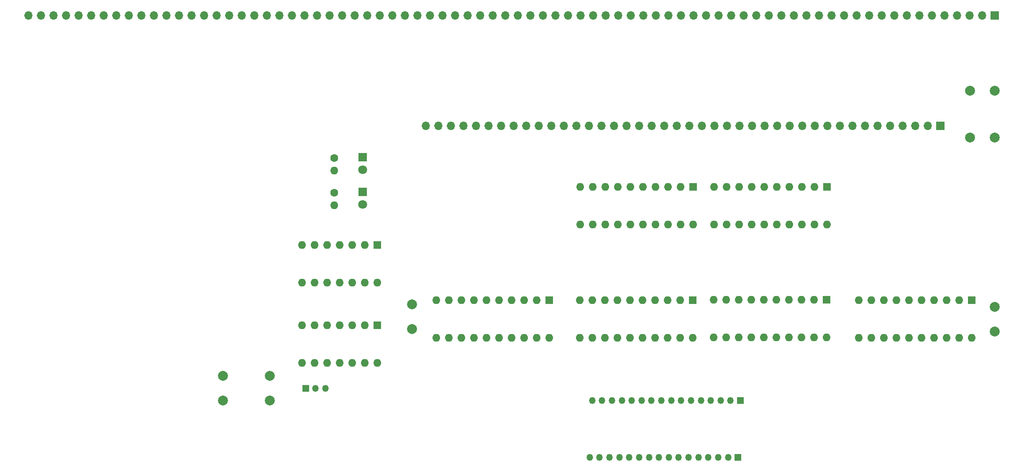
<source format=gbr>
%TF.GenerationSoftware,KiCad,Pcbnew,6.0.1-79c1e3a40b~116~ubuntu21.10.1*%
%TF.CreationDate,2022-02-14T17:39:21+01:00*%
%TF.ProjectId,dual_register,6475616c-5f72-4656-9769-737465722e6b,v.1*%
%TF.SameCoordinates,Original*%
%TF.FileFunction,Soldermask,Top*%
%TF.FilePolarity,Negative*%
%FSLAX46Y46*%
G04 Gerber Fmt 4.6, Leading zero omitted, Abs format (unit mm)*
G04 Created by KiCad (PCBNEW 6.0.1-79c1e3a40b~116~ubuntu21.10.1) date 2022-02-14 17:39:21*
%MOMM*%
%LPD*%
G01*
G04 APERTURE LIST*
%ADD10C,2.000000*%
%ADD11R,1.800000X1.800000*%
%ADD12C,1.800000*%
%ADD13R,1.700000X1.700000*%
%ADD14O,1.700000X1.700000*%
%ADD15C,1.600000*%
%ADD16O,1.600000X1.600000*%
%ADD17R,1.600000X1.600000*%
%ADD18R,1.350000X1.350000*%
%ADD19O,1.350000X1.350000*%
G04 APERTURE END LIST*
D10*
%TO.C,C5*%
X227560000Y-87030000D03*
X227560000Y-92030000D03*
%TD*%
D11*
%TO.C,D1*%
X99560000Y-56755000D03*
D12*
X99560000Y-59295000D03*
%TD*%
D13*
%TO.C,U1*%
X216522000Y-50365500D03*
D14*
X213982000Y-50365500D03*
X211442000Y-50365500D03*
X208902000Y-50365500D03*
X206362000Y-50365500D03*
X203822000Y-50365500D03*
X201282000Y-50365500D03*
X198742000Y-50365500D03*
X196202000Y-50365500D03*
X193662000Y-50365500D03*
X191122000Y-50365500D03*
X188582000Y-50365500D03*
X186042000Y-50365500D03*
X183502000Y-50365500D03*
X180962000Y-50365500D03*
X178422000Y-50365500D03*
X175882000Y-50365500D03*
X173342000Y-50365500D03*
X170802000Y-50365500D03*
X168262000Y-50365500D03*
X165722000Y-50365500D03*
X163182000Y-50365500D03*
X160642000Y-50365500D03*
X158102000Y-50365500D03*
X155562000Y-50365500D03*
X153022000Y-50365500D03*
X150482000Y-50365500D03*
X147942000Y-50365500D03*
X145402000Y-50365500D03*
X142862000Y-50365500D03*
X140322000Y-50365500D03*
X137782000Y-50365500D03*
X135242000Y-50365500D03*
X132702000Y-50365500D03*
X130162000Y-50365500D03*
X127622000Y-50365500D03*
X125082000Y-50365500D03*
X122542000Y-50365500D03*
X120002000Y-50365500D03*
X117462000Y-50365500D03*
X114922000Y-50365500D03*
X112382000Y-50365500D03*
%TD*%
D10*
%TO.C,C1*%
X227560000Y-52780000D03*
X222560000Y-52780000D03*
%TD*%
%TO.C,C2*%
X80810000Y-101030000D03*
X80810000Y-106030000D03*
%TD*%
D15*
%TO.C,R1*%
X93810000Y-56885000D03*
D16*
X93810000Y-59425000D03*
%TD*%
D17*
%TO.C,U5*%
X166425000Y-85700000D03*
D16*
X163885000Y-85700000D03*
X161345000Y-85700000D03*
X158805000Y-85700000D03*
X156265000Y-85700000D03*
X153725000Y-85700000D03*
X151185000Y-85700000D03*
X148645000Y-85700000D03*
X146105000Y-85700000D03*
X143565000Y-85700000D03*
X143565000Y-93320000D03*
X146105000Y-93320000D03*
X148645000Y-93320000D03*
X151185000Y-93320000D03*
X153725000Y-93320000D03*
X156265000Y-93320000D03*
X158805000Y-93320000D03*
X161345000Y-93320000D03*
X163885000Y-93320000D03*
X166425000Y-93320000D03*
%TD*%
D11*
%TO.C,D2*%
X99560000Y-63780000D03*
D12*
X99560000Y-66320000D03*
%TD*%
D10*
%TO.C,C6*%
X109560000Y-86530000D03*
X109560000Y-91530000D03*
%TD*%
D17*
%TO.C,U2*%
X193541000Y-62730000D03*
D16*
X191001000Y-62730000D03*
X188461000Y-62730000D03*
X185921000Y-62730000D03*
X183381000Y-62730000D03*
X180841000Y-62730000D03*
X178301000Y-62730000D03*
X175761000Y-62730000D03*
X173221000Y-62730000D03*
X170681000Y-62730000D03*
X170681000Y-70350000D03*
X173221000Y-70350000D03*
X175761000Y-70350000D03*
X178301000Y-70350000D03*
X180841000Y-70350000D03*
X183381000Y-70350000D03*
X185921000Y-70350000D03*
X188461000Y-70350000D03*
X191001000Y-70350000D03*
X193541000Y-70350000D03*
%TD*%
D17*
%TO.C,U6*%
X222835000Y-85680000D03*
D16*
X220295000Y-85680000D03*
X217755000Y-85680000D03*
X215215000Y-85680000D03*
X212675000Y-85680000D03*
X210135000Y-85680000D03*
X207595000Y-85680000D03*
X205055000Y-85680000D03*
X202515000Y-85680000D03*
X199975000Y-85680000D03*
X199975000Y-93300000D03*
X202515000Y-93300000D03*
X205055000Y-93300000D03*
X207595000Y-93300000D03*
X210135000Y-93300000D03*
X212675000Y-93300000D03*
X215215000Y-93300000D03*
X217755000Y-93300000D03*
X220295000Y-93300000D03*
X222835000Y-93300000D03*
%TD*%
D10*
%TO.C,C4*%
X71310000Y-101030000D03*
X71310000Y-106030000D03*
%TD*%
D13*
%TO.C,J1*%
X227560000Y-28030000D03*
D14*
X225020000Y-28030000D03*
X222480000Y-28030000D03*
X219940000Y-28030000D03*
X217400000Y-28030000D03*
X214860000Y-28030000D03*
X212320000Y-28030000D03*
X209780000Y-28030000D03*
X207240000Y-28030000D03*
X204700000Y-28030000D03*
X202160000Y-28030000D03*
X199620000Y-28030000D03*
X197080000Y-28030000D03*
X194540000Y-28030000D03*
X192000000Y-28030000D03*
X189460000Y-28030000D03*
X186920000Y-28030000D03*
X184380000Y-28030000D03*
X181840000Y-28030000D03*
X179300000Y-28030000D03*
X176760000Y-28030000D03*
X174220000Y-28030000D03*
X171680000Y-28030000D03*
X169140000Y-28030000D03*
X166600000Y-28030000D03*
X164060000Y-28030000D03*
X161520000Y-28030000D03*
X158980000Y-28030000D03*
X156440000Y-28030000D03*
X153900000Y-28030000D03*
X151360000Y-28030000D03*
X148820000Y-28030000D03*
X146280000Y-28030000D03*
X143740000Y-28030000D03*
X141200000Y-28030000D03*
X138660000Y-28030000D03*
X136120000Y-28030000D03*
X133580000Y-28030000D03*
X131040000Y-28030000D03*
X128500000Y-28030000D03*
X125960000Y-28030000D03*
X123420000Y-28030000D03*
X120880000Y-28030000D03*
X118340000Y-28030000D03*
X115800000Y-28030000D03*
X113260000Y-28030000D03*
X110720000Y-28030000D03*
X108180000Y-28030000D03*
X105640000Y-28030000D03*
X103100000Y-28030000D03*
X100560000Y-28030000D03*
X98020000Y-28030000D03*
X95480000Y-28030000D03*
X92940000Y-28030000D03*
X90400000Y-28030000D03*
X87860000Y-28030000D03*
X85320000Y-28030000D03*
X82780000Y-28030000D03*
X80240000Y-28030000D03*
X77700000Y-28030000D03*
X75160000Y-28030000D03*
X72620000Y-28030000D03*
X70080000Y-28030000D03*
X67540000Y-28030000D03*
X65000000Y-28030000D03*
X62460000Y-28030000D03*
X59920000Y-28030000D03*
X57380000Y-28030000D03*
X54840000Y-28030000D03*
X52300000Y-28030000D03*
X49760000Y-28030000D03*
X47220000Y-28030000D03*
X44680000Y-28030000D03*
X42140000Y-28030000D03*
X39600000Y-28030000D03*
X37060000Y-28030000D03*
X34520000Y-28030000D03*
X31980000Y-28030000D03*
%TD*%
D15*
%TO.C,R2*%
X93810000Y-63910000D03*
D16*
X93810000Y-66450000D03*
%TD*%
D18*
%TO.C,J4*%
X88060000Y-103530000D03*
D19*
X90060000Y-103530000D03*
X92060000Y-103530000D03*
%TD*%
D17*
%TO.C,U4*%
X193535000Y-85630000D03*
D16*
X190995000Y-85630000D03*
X188455000Y-85630000D03*
X185915000Y-85630000D03*
X183375000Y-85630000D03*
X180835000Y-85630000D03*
X178295000Y-85630000D03*
X175755000Y-85630000D03*
X173215000Y-85630000D03*
X170675000Y-85630000D03*
X170675000Y-93250000D03*
X173215000Y-93250000D03*
X175755000Y-93250000D03*
X178295000Y-93250000D03*
X180835000Y-93250000D03*
X183375000Y-93250000D03*
X185915000Y-93250000D03*
X188455000Y-93250000D03*
X190995000Y-93250000D03*
X193535000Y-93250000D03*
%TD*%
D18*
%TO.C,J3*%
X175560000Y-117530000D03*
D19*
X173560000Y-117530000D03*
X171560000Y-117530000D03*
X169560000Y-117530000D03*
X167560000Y-117530000D03*
X165560000Y-117530000D03*
X163560000Y-117530000D03*
X161560000Y-117530000D03*
X159560000Y-117530000D03*
X157560000Y-117530000D03*
X155560000Y-117530000D03*
X153560000Y-117530000D03*
X151560000Y-117530000D03*
X149560000Y-117530000D03*
X147560000Y-117530000D03*
X145560000Y-117530000D03*
%TD*%
D18*
%TO.C,J2*%
X176060000Y-106030000D03*
D19*
X174060000Y-106030000D03*
X172060000Y-106030000D03*
X170060000Y-106030000D03*
X168060000Y-106030000D03*
X166060000Y-106030000D03*
X164060000Y-106030000D03*
X162060000Y-106030000D03*
X160060000Y-106030000D03*
X158060000Y-106030000D03*
X156060000Y-106030000D03*
X154060000Y-106030000D03*
X152060000Y-106030000D03*
X150060000Y-106030000D03*
X148060000Y-106030000D03*
X146060000Y-106030000D03*
%TD*%
D17*
%TO.C,U9*%
X102560000Y-74530000D03*
D16*
X100020000Y-74530000D03*
X97480000Y-74530000D03*
X94940000Y-74530000D03*
X92400000Y-74530000D03*
X89860000Y-74530000D03*
X87320000Y-74530000D03*
X87320000Y-82150000D03*
X89860000Y-82150000D03*
X92400000Y-82150000D03*
X94940000Y-82150000D03*
X97480000Y-82150000D03*
X100020000Y-82150000D03*
X102560000Y-82150000D03*
%TD*%
D17*
%TO.C,U7*%
X137375000Y-85720000D03*
D16*
X134835000Y-85720000D03*
X132295000Y-85720000D03*
X129755000Y-85720000D03*
X127215000Y-85720000D03*
X124675000Y-85720000D03*
X122135000Y-85720000D03*
X119595000Y-85720000D03*
X117055000Y-85720000D03*
X114515000Y-85720000D03*
X114515000Y-93340000D03*
X117055000Y-93340000D03*
X119595000Y-93340000D03*
X122135000Y-93340000D03*
X124675000Y-93340000D03*
X127215000Y-93340000D03*
X129755000Y-93340000D03*
X132295000Y-93340000D03*
X134835000Y-93340000D03*
X137375000Y-93340000D03*
%TD*%
D17*
%TO.C,U3*%
X166485000Y-62730000D03*
D16*
X163945000Y-62730000D03*
X161405000Y-62730000D03*
X158865000Y-62730000D03*
X156325000Y-62730000D03*
X153785000Y-62730000D03*
X151245000Y-62730000D03*
X148705000Y-62730000D03*
X146165000Y-62730000D03*
X143625000Y-62730000D03*
X143625000Y-70350000D03*
X146165000Y-70350000D03*
X148705000Y-70350000D03*
X151245000Y-70350000D03*
X153785000Y-70350000D03*
X156325000Y-70350000D03*
X158865000Y-70350000D03*
X161405000Y-70350000D03*
X163945000Y-70350000D03*
X166485000Y-70350000D03*
%TD*%
D17*
%TO.C,U8*%
X102560000Y-90730000D03*
D16*
X100020000Y-90730000D03*
X97480000Y-90730000D03*
X94940000Y-90730000D03*
X92400000Y-90730000D03*
X89860000Y-90730000D03*
X87320000Y-90730000D03*
X87320000Y-98350000D03*
X89860000Y-98350000D03*
X92400000Y-98350000D03*
X94940000Y-98350000D03*
X97480000Y-98350000D03*
X100020000Y-98350000D03*
X102560000Y-98350000D03*
%TD*%
D10*
%TO.C,C3*%
X227560000Y-43280000D03*
X222560000Y-43280000D03*
%TD*%
M02*

</source>
